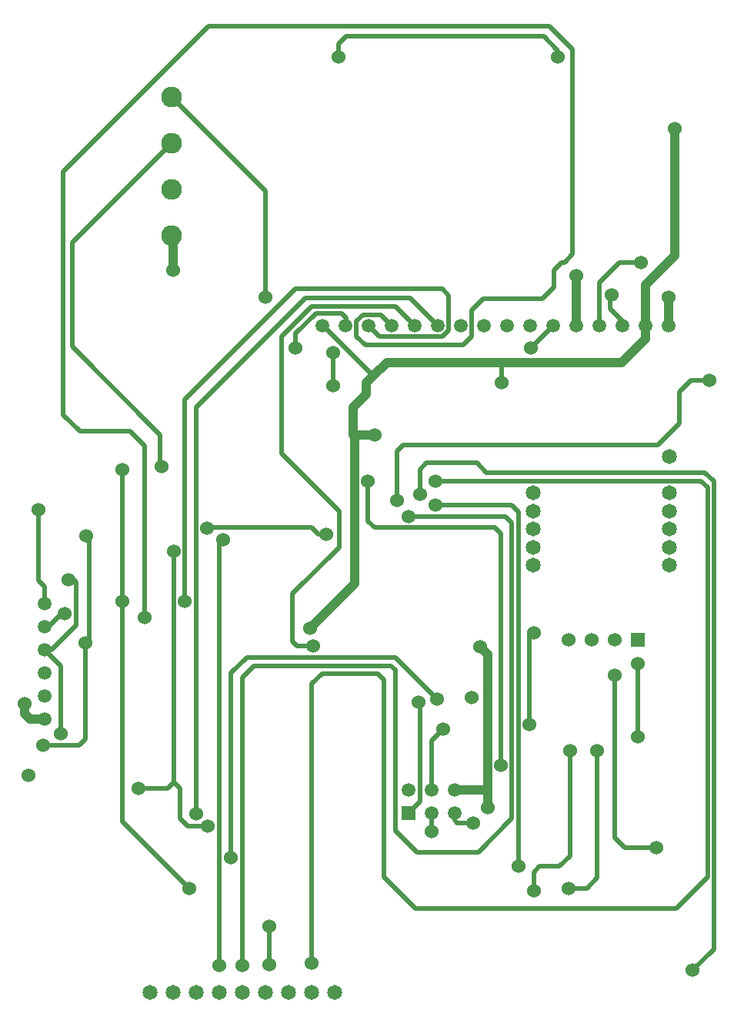
<source format=gbr>
G04 DipTrace 2.1.0.5*
%INBottomCopper.gbr*%
%MOIN*%
%ADD10C,0.0098*%
%ADD11C,0.0055*%
%ADD12C,0.003*%
%ADD13C,0.0197*%
%ADD14C,0.02*%
%ADD15C,0.04*%
%ADD16C,0.0295*%
%ADD17C,0.0394*%
%ADD18C,0.0013*%
%ADD19C,0.0187*%
%ADD20R,0.0709X0.0197*%
%ADD21R,0.0197X0.0709*%
%ADD22R,0.2165X0.0787*%
%ADD23R,0.02X0.1181*%
%ADD24R,0.06X0.056*%
%ADD25R,0.0295X0.1772*%
%ADD26R,0.056X0.06*%
%ADD27R,0.1969X0.0984*%
%ADD28C,0.059*%
%ADD29C,0.065*%
%ADD30C,0.0039*%
%ADD31R,0.0433X0.0354*%
%ADD32R,0.0394X0.0354*%
%ADD33R,0.0925X0.0236*%
%ADD34C,0.09*%
%ADD35R,0.1024X0.0551*%
%ADD36R,0.0512X0.0591*%
%ADD37R,0.06X0.06*%
%ADD38C,0.06*%
%ADD39R,0.0906X0.0906*%
%ADD40R,0.118X0.217*%
%ADD41R,0.0866X0.0236*%
%ADD42R,0.0728X0.1004*%
%ADD43R,0.07X0.03*%
%ADD44O,0.07X0.03*%
%ADD45R,0.03X0.07*%
%ADD46O,0.03X0.07*%
%ADD47R,0.059X0.059*%
%ADD48C,0.059*%
%ADD49C,0.03*%
%ADD50C,0.1181*%
%ADD51C,0.035*%
%ADD52C,0.0354*%
%ADD53C,0.05*%
%ADD54C,0.008*%
%ADD55C,0.068*%
%ADD56C,0.052*%
%ADD57C,0.067*%
%ADD58C,0.051*%
%ADD59R,0.067X0.067*%
%ADD60R,0.051X0.051*%
%ADD61O,0.038X0.078*%
%ADD62O,0.022X0.062*%
%ADD63R,0.038X0.078*%
%ADD64R,0.022X0.062*%
%ADD65O,0.078X0.038*%
%ADD66O,0.062X0.022*%
%ADD67R,0.078X0.038*%
%ADD68R,0.062X0.022*%
%ADD69R,0.0809X0.1084*%
%ADD70R,0.0648X0.0924*%
%ADD71R,0.0946X0.0317*%
%ADD72R,0.0786X0.0156*%
%ADD73R,0.126X0.225*%
%ADD74R,0.11X0.209*%
%ADD75R,0.0986X0.0986*%
%ADD76R,0.0825X0.0825*%
%ADD77R,0.068X0.068*%
%ADD78R,0.052X0.052*%
%ADD79R,0.0592X0.0671*%
%ADD80R,0.0431X0.051*%
%ADD81R,0.1104X0.0631*%
%ADD82R,0.0943X0.0471*%
%ADD83C,0.098*%
%ADD84C,0.082*%
%ADD85R,0.1006X0.0317*%
%ADD86R,0.0845X0.0156*%
%ADD87R,0.0474X0.0435*%
%ADD88R,0.0313X0.0274*%
%ADD89R,0.0513X0.0435*%
%ADD90R,0.0353X0.0274*%
%ADD91C,0.073*%
%ADD92C,0.057*%
%ADD93C,0.067*%
%ADD94C,0.051*%
%ADD95R,0.2049X0.1065*%
%ADD96R,0.1888X0.0904*%
%ADD97R,0.064X0.068*%
%ADD98R,0.048X0.052*%
%ADD99R,0.0376X0.1852*%
%ADD100R,0.0215X0.1691*%
%ADD101R,0.068X0.064*%
%ADD102R,0.052X0.048*%
%ADD103R,0.028X0.1261*%
%ADD104R,0.012X0.1101*%
%ADD105R,0.2246X0.0868*%
%ADD106R,0.2085X0.0707*%
%ADD107R,0.0277X0.0789*%
%ADD108R,0.0117X0.0628*%
%ADD109R,0.0789X0.0277*%
%ADD110R,0.0628X0.0117*%
%ADD111C,0.0093*%
%ADD112C,0.0124*%
%FSLAX44Y44*%
%SFA1B1*%
%OFA0B0*%
G04*
G70*
G90*
G75*
G01*
%LNBottom*%
%LPD*%
X4875Y23690D2*
D13*
Y17973D1*
X4878D1*
X24252Y11501D2*
Y6938D1*
X23815Y6501D1*
X22940D1*
X22690Y6251D1*
Y5438D1*
X20064Y8376D2*
X19377D1*
X19252Y8501D1*
Y8813D1*
X4878Y17973D2*
Y8436D1*
X7751Y5563D1*
X23750Y41562D2*
D14*
Y41819D1*
X23127Y42442D1*
X14564D1*
X14250Y42128D1*
Y41562D1*
X27543Y29920D2*
D17*
Y31669D1*
X28815Y32941D1*
Y38441D1*
X27543Y29920D2*
Y29356D1*
X26503Y28315D1*
X21315D1*
X16324D1*
X15744Y27736D1*
X15449Y27440D1*
Y26950D1*
X14876Y26378D1*
Y25190D1*
X14939D1*
X15814D1*
X21315Y27440D2*
D14*
Y28315D1*
X3313Y20815D2*
D13*
X3438D1*
Y16189D1*
X3259D1*
Y12010D1*
X3000Y11751D1*
X1437D1*
X14939Y25190D2*
D17*
Y18752D1*
X13001Y16814D1*
X13543Y29920D2*
D13*
X13560D1*
X15744Y27736D1*
X20377Y16002D2*
D15*
X20689Y15689D1*
Y9813D1*
X19252D1*
X28543Y31150D2*
Y29920D1*
X20689Y9063D2*
Y9813D1*
X24543Y32066D2*
Y29920D1*
X6997Y33810D2*
X7063D1*
Y32316D1*
X625Y13564D2*
Y13126D1*
X875Y12876D1*
X1496D1*
X1500Y12881D1*
X12376Y28940D2*
D13*
Y29566D1*
X13251Y30441D1*
X14376D1*
X14564Y30253D1*
Y29900D1*
X14543Y29920D1*
X11242Y3915D2*
Y2260D1*
X16752Y22335D2*
Y24485D1*
X17028Y24762D1*
X28074D1*
X28992Y25680D1*
Y27055D1*
X29503Y27565D1*
X30315D1*
X18442Y23187D2*
X29942D1*
X30219Y22910D1*
Y6038D1*
X28868Y4688D1*
X17567D1*
X16217Y6038D1*
Y14583D1*
X15940Y14860D1*
X13518D1*
X13064Y14405D1*
Y2325D1*
X9242Y20641D2*
X9064D1*
Y2228D1*
X25440Y11501D2*
Y6001D1*
X25002Y5563D1*
X24190D1*
X18252Y8001D2*
Y8813D1*
X12064Y1063D2*
X12189D1*
X18502Y13751D2*
X16689Y15564D1*
X10251D1*
X9563Y14877D1*
Y6876D1*
X18442Y22134D2*
X21748D1*
X22025Y21857D1*
Y6517D1*
X17762Y22614D2*
Y23695D1*
X18039Y23972D1*
X20239D1*
X20646Y23565D1*
X30117D1*
X30496Y23187D1*
Y2915D1*
X29580Y2000D1*
X17284Y21655D2*
X21471D1*
X21748Y21378D1*
Y8585D1*
X20288Y7126D1*
X17627D1*
X16689Y8063D1*
Y15002D1*
X16502Y15189D1*
X10571D1*
X10064Y14682D1*
Y2228D1*
X8057Y8782D2*
Y26385D1*
X12799Y31128D1*
X17335D1*
X18543Y29920D1*
X13126Y16064D2*
X12439D1*
X12246Y16257D1*
Y18309D1*
X14251Y20315D1*
Y21877D1*
X11751Y24378D1*
Y29441D1*
X13064Y30753D1*
X16710D1*
X17543Y29920D1*
X5835Y17293D2*
Y24731D1*
X5212Y25353D1*
X3025D1*
X2313Y26065D1*
Y36592D1*
X8600Y42879D1*
X23377D1*
X24377Y41879D1*
Y33003D1*
X24033Y32659D1*
X23908D1*
X23565Y32316D1*
Y31566D1*
X23065Y31066D1*
X20502D1*
X20017Y30580D1*
Y29447D1*
X19635Y29066D1*
X15398D1*
X15017Y29447D1*
Y30117D1*
X15294Y30394D1*
X16069D1*
X16543Y29920D1*
X7578Y17973D2*
Y26706D1*
X12373Y31501D1*
X18740D1*
X19017Y31224D1*
Y29724D1*
X18740Y29447D1*
X16017D1*
X15543Y29920D1*
X18752Y12439D2*
X18252Y11939D1*
Y9813D1*
X22563Y28940D2*
X23543Y29920D1*
X22503Y12636D2*
Y16627D1*
X22690D1*
X17689Y13626D2*
X17752D1*
Y9313D1*
X17252Y8813D1*
X27330Y32646D2*
X26395D1*
X25543Y31794D1*
Y29920D1*
X26065Y31253D2*
X26003D1*
Y30643D1*
X26543Y30103D1*
Y29920D1*
X1250Y21940D2*
D14*
Y18877D1*
X1500Y18627D1*
Y17881D1*
X27190Y12126D2*
D13*
Y15281D1*
X6563Y23815D2*
X6500D1*
Y25190D1*
X2688Y29003D1*
Y33500D1*
X6997Y37810D1*
X13689Y20877D2*
X13376D1*
X13064Y21190D1*
X8535D1*
Y21148D1*
X11065Y31149D2*
Y35743D1*
X6997Y39810D1*
X14001Y27315D2*
Y28753D1*
X2188Y12251D2*
Y15193D1*
X1500Y15881D1*
X26190Y14776D2*
Y7751D1*
X26628Y7313D1*
X28003D1*
X1500Y15881D2*
X1817D1*
X2875Y16939D1*
Y18814D1*
X2760Y18929D1*
X2521D1*
X15516Y23190D2*
Y21454D1*
X15792Y21177D1*
X20993D1*
X21269Y20900D1*
Y10896D1*
X8563Y8251D2*
X7706D1*
X7377Y8580D1*
Y9876D1*
X7100Y10153D1*
Y20163D1*
X5572Y9876D2*
X6823D1*
X7100Y10153D1*
X2375Y17439D2*
Y17574D1*
X1682Y16881D1*
X1500D1*
D38*
X28543Y31150D3*
X24543Y32066D3*
X7063Y32316D3*
X12376Y28940D3*
X11242Y2260D3*
X13064Y2325D3*
X9064Y2228D3*
X18252Y8001D3*
X18502Y13751D3*
X9563Y6876D3*
X10064Y2228D3*
X22563Y28940D3*
X27190Y15281D3*
X26190Y14776D3*
X4875Y23690D3*
X4878Y17973D3*
X3259Y16189D3*
X796Y10448D3*
X3313Y20815D3*
X1437Y11751D3*
X21315Y27440D3*
X15814Y25190D3*
X20002Y13814D3*
X13001Y16814D3*
X28815Y38441D3*
X23750Y41562D3*
X14250D3*
X20377Y16002D3*
X20689Y9063D3*
X16752Y22335D3*
X30315Y27565D3*
X11242Y3915D3*
X18442Y23187D3*
X9242Y20641D3*
X18442Y22134D3*
X22025Y6517D3*
X17762Y22614D3*
X17284Y21655D3*
X8057Y8782D3*
X13126Y16064D3*
X5835Y17293D3*
X7578Y17973D3*
X22503Y12636D3*
X22690Y16627D3*
X27330Y32646D3*
X26065Y31253D3*
X1250Y21940D3*
X27190Y12126D3*
X13689Y20877D3*
X8535Y21148D3*
X6563Y23815D3*
X14001Y27315D3*
Y28753D3*
X11065Y31149D3*
X2188Y12251D3*
X28003Y7313D3*
X2521Y18929D3*
X15516Y23190D3*
X21269Y10896D3*
X8563Y8251D3*
X5572Y9876D3*
X7100Y20163D3*
X2375Y17439D3*
X7751Y5563D3*
X22690Y5438D3*
X24252Y11501D3*
X20064Y8376D3*
X24190Y5563D3*
X25440Y11501D3*
X29580Y2000D3*
X18752Y12439D3*
X17689Y13626D3*
X625Y13564D3*
D28*
X28543Y29920D3*
X27543D3*
X26543D3*
X25543D3*
X24543D3*
X23543D3*
X22543D3*
X21543D3*
X20543D3*
X19543D3*
X18543D3*
X17543D3*
X16543D3*
X15543D3*
X14543D3*
X13543D3*
D29*
X14064Y1063D3*
X13064D3*
X12064D3*
X11064D3*
X10064D3*
X9064D3*
X8064D3*
X7064D3*
X6064D3*
D34*
X6997Y39810D3*
Y37810D3*
Y35810D3*
Y33810D3*
D28*
X1500Y17881D3*
Y16881D3*
Y15881D3*
Y14881D3*
Y13881D3*
Y12881D3*
D37*
X27190Y16314D3*
D38*
X26190D3*
X25190D3*
X24190D3*
D29*
X28577Y24258D3*
Y22683D3*
Y21896D3*
Y21109D3*
Y20321D3*
X22671Y22683D3*
Y21896D3*
Y21109D3*
Y20321D3*
Y19534D3*
X28577D3*
D47*
X17252Y8813D3*
D48*
Y9813D3*
X18252Y8813D3*
Y9813D3*
X19252Y8813D3*
Y9813D3*
M02*

</source>
